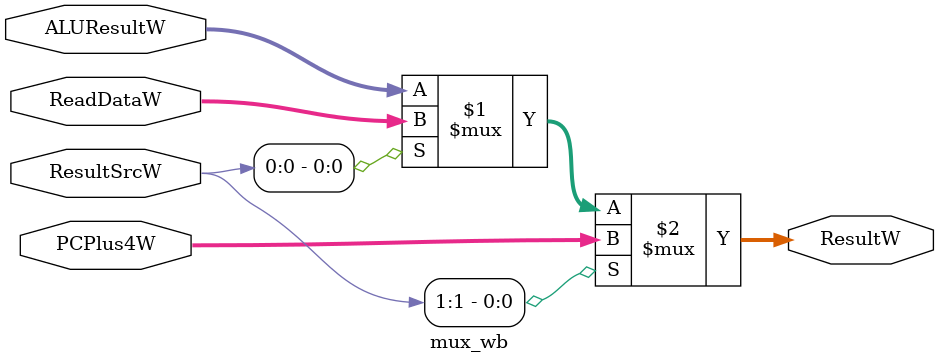
<source format=v>
`timescale 1ns / 1ps

module mux_wb #
(
     parameter WIDTH = 8
) (
     input  [WIDTH-1:0] ALUResultW,
     input  [WIDTH-1:0] ReadDataW,
     input  [WIDTH-1:0] PCPlus4W,
     input  [1:0]       ResultSrcW,
     output [WIDTH-1:0] ResultW
);
     assign ResultW = ResultSrcW[1] ? PCPlus4W : (ResultSrcW[0] ? ReadDataW : ALUResultW);
endmodule

</source>
